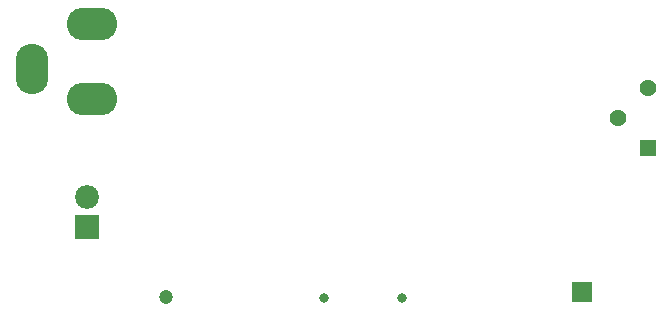
<source format=gbr>
%TF.GenerationSoftware,Altium Limited,Altium Designer,24.9.1 (31)*%
G04 Layer_Color=16711935*
%FSLAX45Y45*%
%MOMM*%
%TF.SameCoordinates,1ED834A1-E46C-4F5A-A45D-C8FB9AE456DD*%
%TF.FilePolarity,Negative*%
%TF.FileFunction,Soldermask,Bot*%
%TF.Part,Single*%
G01*
G75*
%TA.AperFunction,ComponentPad*%
%ADD63O,4.26720X2.74320*%
%ADD64O,2.74320X4.26720*%
%ADD65R,1.80320X1.80320*%
%ADD66C,1.42520*%
%ADD67R,1.42520X1.42520*%
%ADD68C,2.01820*%
%ADD69R,2.01820X2.01820*%
%TA.AperFunction,ViaPad*%
%ADD70C,1.20320*%
%ADD71C,0.80320*%
D63*
X734000Y2167500D02*
D03*
Y2802500D02*
D03*
D64*
X226000Y2421500D02*
D03*
D65*
X4883456Y533400D02*
D03*
D66*
X5438548Y2258964D02*
D03*
X5184548Y2004964D02*
D03*
D67*
X5438548Y1750964D02*
D03*
D68*
X692840Y1338193D02*
D03*
D69*
Y1084193D02*
D03*
D70*
X1359889Y485000D02*
D03*
D71*
X3360000Y482500D02*
D03*
X2693988Y483988D02*
D03*
%TF.MD5,650ffc7a8654ea49c44c00115d747227*%
M02*

</source>
